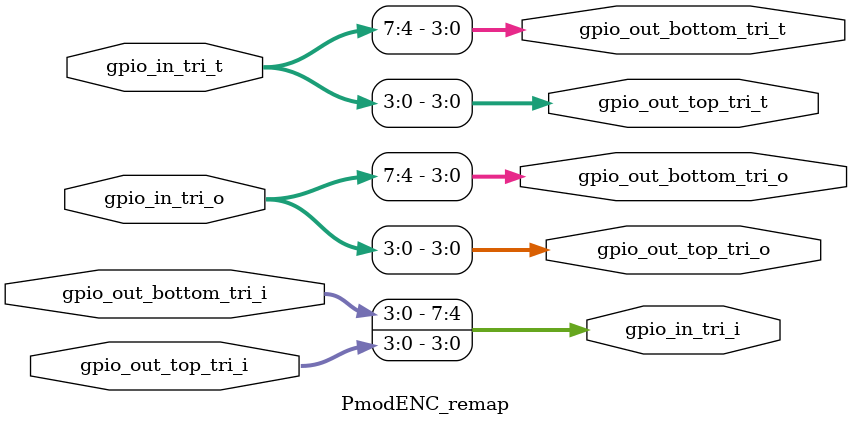
<source format=v>
`timescale 1ns / 1ps


module PmodENC_remap (
    // GPIO Slave interface, to be connected to AXI GPIO
    (* X_INTERFACE_INFO = "xilinx.com:interface:gpio:1.0 GPIO_IN TRI_T" *)
    (* X_INTERFACE_PARAMETER = "MODE Slave" *) 
    input [7:0] gpio_in_tri_t, // Tristate output signal (optional)
    (* X_INTERFACE_INFO = "xilinx.com:interface:gpio:1.0 GPIO_IN TRI_O" *)
    input [7:0] gpio_in_tri_o, // Tristate output signal (optional)
    (* X_INTERFACE_INFO = "xilinx.com:interface:gpio:1.0 GPIO_IN TRI_I" *)
    output [7:0] gpio_in_tri_i, // Tristate output signal (optional)
    
    // GPIO Master interface, to be connected to Pmod Bridge Top Row
    (* X_INTERFACE_INFO = "xilinx.com:interface:gpio:1.0 GPIO_OUT_TOP TRI_T" *)
    output [3:0] gpio_out_top_tri_t, // Tristate output enable signal (optional)
    (* X_INTERFACE_INFO = "xilinx.com:interface:gpio:1.0 GPIO_OUT_TOP TRI_O" *)
    output [3:0] gpio_out_top_tri_o, // Tristate output signal (optional)
    (* X_INTERFACE_INFO = "xilinx.com:interface:gpio:1.0 GPIO_OUT_TOP TRI_I" *)
    input [3:0] gpio_out_top_tri_i, // Tristate input signal (optional)
    
    // GPIO Master interface, to be connected to Pmod Bridge Bottom Row
    (* X_INTERFACE_INFO = "xilinx.com:interface:gpio:1.0 GPIO_OUT_BOTTOM TRI_T" *)
    output [3:0] gpio_out_bottom_tri_t, // Tristate output enable signal (optional)
    (* X_INTERFACE_INFO = "xilinx.com:interface:gpio:1.0 GPIO_OUT_BOTTOM TRI_O" *)
    output [3:0] gpio_out_bottom_tri_o, // Tristate output signal (optional)
    (* X_INTERFACE_INFO = "xilinx.com:interface:gpio:1.0 GPIO_OUT_BOTTOM TRI_I" *)
    input [3:0] gpio_out_bottom_tri_i // Tristate input signal (optional)
);
    assign {gpio_out_bottom_tri_t, gpio_out_top_tri_t} = gpio_in_tri_t;
    assign {gpio_out_bottom_tri_o, gpio_out_top_tri_o} = gpio_in_tri_o;
    assign gpio_in_tri_i = {gpio_out_bottom_tri_i, gpio_out_top_tri_i};
endmodule
</source>
